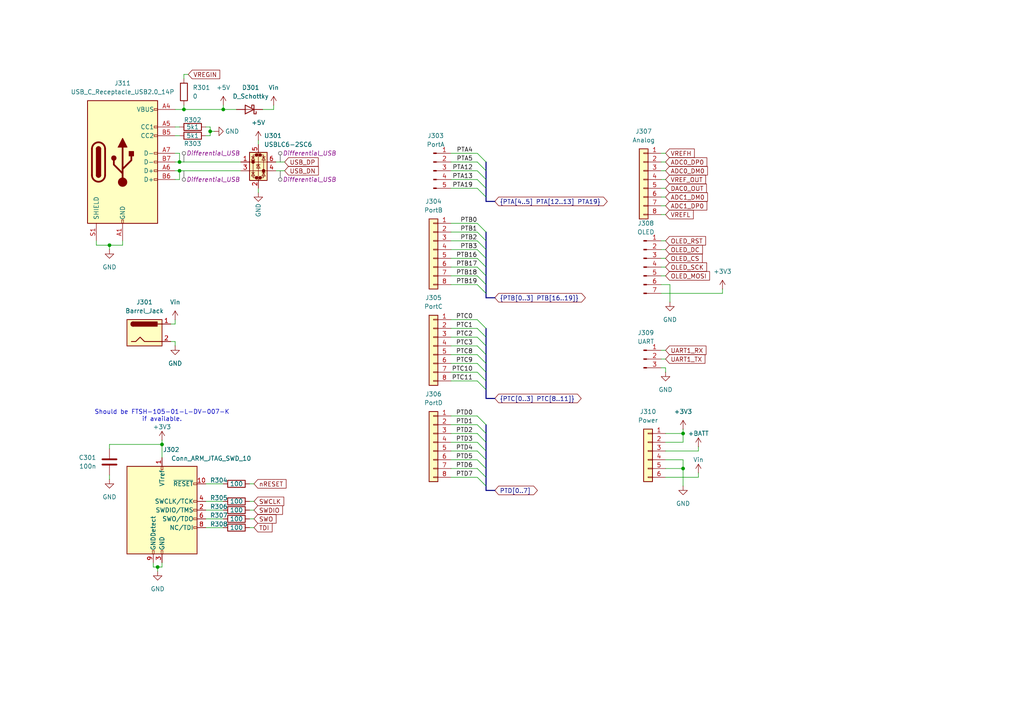
<source format=kicad_sch>
(kicad_sch (version 20231120) (generator "eeschema") (generator_version "8.0")
  (paper "A4")
  (lib_symbols
    (symbol "Connector:Barrel_Jack" (pin_names (offset 1.016))
      (property "Reference" "J" (at 0 5.334 0))
      (property "Value" "Barrel_Jack" (at 0 -5.08 0))
      (symbol "Barrel_Jack_0_1"
        (rectangle (start -5.08 3.81) (end 5.08 -3.81) (stroke (width 0.254)) (fill (type background)))
        (arc (start -3.302 3.175) (mid -3.9343 2.54) (end -3.302 1.905) (stroke (width 0.254)))
        (arc (start -3.302 3.175) (mid -3.9343 2.54) (end -3.302 1.905) (stroke (width 0.254)) (fill (type outline)))
        (polyline (pts (xy 5.08 2.54) (xy 3.81 2.54)) (stroke (width 0.254)))
        (polyline (pts (xy -3.81 -2.54) (xy -2.54 -2.54) (xy -1.27 -1.27) (xy 0 -2.54) (xy 2.54 -2.54) (xy 5.08 -2.54)) (stroke (width 0.254)))
        (rectangle (start 3.683 3.175) (end -3.302 1.905) (stroke (width 0.254)) (fill (type outline)))
      )
      (symbol "Barrel_Jack_1_1"
        (pin passive line (at 7.62 2.54 180) (length 2.54) (name "~") (number "1"))
        (pin passive line (at 7.62 -2.54 180) (length 2.54) (name "~") (number "2"))
      )
    )
    (symbol "Connector:Conn_01x03_Pin" (pin_names (offset 1.016) hide)
      (property "Reference" "J" (at 0 5.08 0))
      (property "Value" "Conn_01x03_Pin" (at 0 -5.08 0))
      (symbol "Conn_01x03_Pin_1_1"
        (polyline (pts (xy 1.27 -2.54) (xy 0.8636 -2.54)) (stroke (width 0.1524)))
        (polyline (pts (xy 1.27 0) (xy 0.8636 0)) (stroke (width 0.1524)))
        (polyline (pts (xy 1.27 2.54) (xy 0.8636 2.54)) (stroke (width 0.1524)))
        (rectangle (start 0.8636 -2.413) (end 0 -2.667) (stroke (width 0.1524)) (fill (type outline)))
        (rectangle (start 0.8636 0.127) (end 0 -0.127) (stroke (width 0.1524)) (fill (type outline)))
        (rectangle (start 0.8636 2.667) (end 0 2.413) (stroke (width 0.1524)) (fill (type outline)))
        (pin passive line (at 5.08 2.54 180) (length 3.81) (name "Pin_1") (number "1"))
        (pin passive line (at 5.08 0 180) (length 3.81) (name "Pin_2") (number "2"))
        (pin passive line (at 5.08 -2.54 180) (length 3.81) (name "Pin_3") (number "3"))
      )
    )
    (symbol "Connector:Conn_01x05_Pin" (pin_names (offset 1.016) hide)
      (property "Reference" "J" (at 0 7.62 0))
      (property "Value" "Conn_01x05_Pin" (at 0 -7.62 0))
      (symbol "Conn_01x05_Pin_1_1"
        (polyline (pts (xy 1.27 -5.08) (xy 0.8636 -5.08)) (stroke (width 0.1524)))
        (polyline (pts (xy 1.27 -2.54) (xy 0.8636 -2.54)) (stroke (width 0.1524)))
        (polyline (pts (xy 1.27 0) (xy 0.8636 0)) (stroke (width 0.1524)))
        (polyline (pts (xy 1.27 2.54) (xy 0.8636 2.54)) (stroke (width 0.1524)))
        (polyline (pts (xy 1.27 5.08) (xy 0.8636 5.08)) (stroke (width 0.1524)))
        (rectangle (start 0.8636 -4.953) (end 0 -5.207) (stroke (width 0.1524)) (fill (type outline)))
        (rectangle (start 0.8636 -2.413) (end 0 -2.667) (stroke (width 0.1524)) (fill (type outline)))
        (rectangle (start 0.8636 0.127) (end 0 -0.127) (stroke (width 0.1524)) (fill (type outline)))
        (rectangle (start 0.8636 2.667) (end 0 2.413) (stroke (width 0.1524)) (fill (type outline)))
        (rectangle (start 0.8636 5.207) (end 0 4.953) (stroke (width 0.1524)) (fill (type outline)))
        (pin passive line (at 5.08 5.08 180) (length 3.81) (name "Pin_1") (number "1"))
        (pin passive line (at 5.08 2.54 180) (length 3.81) (name "Pin_2") (number "2"))
        (pin passive line (at 5.08 0 180) (length 3.81) (name "Pin_3") (number "3"))
        (pin passive line (at 5.08 -2.54 180) (length 3.81) (name "Pin_4") (number "4"))
        (pin passive line (at 5.08 -5.08 180) (length 3.81) (name "Pin_5") (number "5"))
      )
    )
    (symbol "Connector:Conn_01x07_Pin" (pin_names (offset 1.016) hide)
      (property "Reference" "J" (at 0 10.16 0))
      (property "Value" "Conn_01x07_Pin" (at 0 -10.16 0))
      (symbol "Conn_01x07_Pin_1_1"
        (polyline (pts (xy 1.27 -7.62) (xy 0.8636 -7.62)) (stroke (width 0.1524)))
        (polyline (pts (xy 1.27 -5.08) (xy 0.8636 -5.08)) (stroke (width 0.1524)))
        (polyline (pts (xy 1.27 -2.54) (xy 0.8636 -2.54)) (stroke (width 0.1524)))
        (polyline (pts (xy 1.27 0) (xy 0.8636 0)) (stroke (width 0.1524)))
        (polyline (pts (xy 1.27 2.54) (xy 0.8636 2.54)) (stroke (width 0.1524)))
        (polyline (pts (xy 1.27 5.08) (xy 0.8636 5.08)) (stroke (width 0.1524)))
        (polyline (pts (xy 1.27 7.62) (xy 0.8636 7.62)) (stroke (width 0.1524)))
        (rectangle (start 0.8636 -7.493) (end 0 -7.747) (stroke (width 0.1524)) (fill (type outline)))
        (rectangle (start 0.8636 -4.953) (end 0 -5.207) (stroke (width 0.1524)) (fill (type outline)))
        (rectangle (start 0.8636 -2.413) (end 0 -2.667) (stroke (width 0.1524)) (fill (type outline)))
        (rectangle (start 0.8636 0.127) (end 0 -0.127) (stroke (width 0.1524)) (fill (type outline)))
        (rectangle (start 0.8636 2.667) (end 0 2.413) (stroke (width 0.1524)) (fill (type outline)))
        (rectangle (start 0.8636 5.207) (end 0 4.953) (stroke (width 0.1524)) (fill (type outline)))
        (rectangle (start 0.8636 7.747) (end 0 7.493) (stroke (width 0.1524)) (fill (type outline)))
        (pin passive line (at 5.08 7.62 180) (length 3.81) (name "Pin_1") (number "1"))
        (pin passive line (at 5.08 5.08 180) (length 3.81) (name "Pin_2") (number "2"))
        (pin passive line (at 5.08 2.54 180) (length 3.81) (name "Pin_3") (number "3"))
        (pin passive line (at 5.08 0 180) (length 3.81) (name "Pin_4") (number "4"))
        (pin passive line (at 5.08 -2.54 180) (length 3.81) (name "Pin_5") (number "5"))
        (pin passive line (at 5.08 -5.08 180) (length 3.81) (name "Pin_6") (number "6"))
        (pin passive line (at 5.08 -7.62 180) (length 3.81) (name "Pin_7") (number "7"))
      )
    )
    (symbol "Connector:Conn_ARM_JTAG_SWD_10" (pin_names (offset 1.016))
      (property "Reference" "J" (at -2.54 16.51 0))
      (property "Value" "Conn_ARM_JTAG_SWD_10" (at -2.54 13.97 0))
      (symbol "Conn_ARM_JTAG_SWD_10_0_1"
        (rectangle (start -10.16 12.7) (end 10.16 -12.7) (stroke (width 0.254)) (fill (type background)))
        (rectangle (start -2.794 -12.7) (end -2.286 -11.684))
        (rectangle (start -0.254 -12.7) (end 0.254 -11.684))
        (rectangle (start -0.254 12.7) (end 0.254 11.684))
        (rectangle (start 9.144 2.286) (end 10.16 2.794))
        (rectangle (start 10.16 -2.794) (end 9.144 -2.286))
        (rectangle (start 10.16 -0.254) (end 9.144 0.254))
        (rectangle (start 10.16 7.874) (end 9.144 7.366))
      )
      (symbol "Conn_ARM_JTAG_SWD_10_1_1"
        (rectangle (start 9.144 -5.334) (end 10.16 -4.826))
        (pin power_in line (at 0 15.24 270) (length 2.54) (name "VTref") (number "1"))
        (pin open_collector line (at 12.7 7.62 180) (length 2.54) (name "~{RESET}") (number "10"))
        (pin bidirectional line (at 12.7 0 180) (length 2.54) (name "SWDIO/TMS") (number "2"))
        (pin power_in line (at 0 -15.24 90) (length 2.54) (name "GND") (number "3"))
        (pin output line (at 12.7 2.54 180) (length 2.54) (name "SWCLK/TCK") (number "4"))
        (pin passive line (at 0 -15.24 90) (length 2.54) hide (name "GND") (number "5"))
        (pin input line (at 12.7 -2.54 180) (length 2.54) (name "SWO/TDO") (number "6"))
        (pin no_connect line (at -10.16 0 0) (length 2.54) hide (name "KEY") (number "7"))
        (pin output line (at 12.7 -5.08 180) (length 2.54) (name "NC/TDI") (number "8"))
        (pin passive line (at -2.54 -15.24 90) (length 2.54) (name "GNDDetect") (number "9"))
      )
    )
    (symbol "Connector:USB_C_Receptacle_USB2.0_14P" (pin_names (offset 1.016))
      (property "Reference" "J" (at 0 22.225 0))
      (property "Value" "USB_C_Receptacle_USB2.0_14P" (at 0 19.685 0))
      (symbol "USB_C_Receptacle_USB2.0_14P_0_0"
        (rectangle (start -0.254 -17.78) (end 0.254 -16.764))
        (rectangle (start 10.16 -4.826) (end 9.144 -5.334))
        (rectangle (start 10.16 -2.286) (end 9.144 -2.794))
        (rectangle (start 10.16 0.254) (end 9.144 -0.254))
        (rectangle (start 10.16 2.794) (end 9.144 2.286))
        (rectangle (start 10.16 7.874) (end 9.144 7.366))
        (rectangle (start 10.16 10.414) (end 9.144 9.906))
        (rectangle (start 10.16 15.494) (end 9.144 14.986))
      )
      (symbol "USB_C_Receptacle_USB2.0_14P_0_1"
        (rectangle (start -10.16 17.78) (end 10.16 -17.78) (stroke (width 0.254)) (fill (type background)))
        (arc (start -8.89 -3.81) (mid -6.985 -5.7067) (end -5.08 -3.81) (stroke (width 0.508)))
        (arc (start -7.62 -3.81) (mid -6.985 -4.4423) (end -6.35 -3.81) (stroke (width 0.254)))
        (arc (start -7.62 -3.81) (mid -6.985 -4.4423) (end -6.35 -3.81) (stroke (width 0.254)) (fill (type outline)))
        (rectangle (start -7.62 -3.81) (end -6.35 3.81) (stroke (width 0.254)) (fill (type outline)))
        (arc (start -6.35 3.81) (mid -6.985 4.4423) (end -7.62 3.81) (stroke (width 0.254)))
        (arc (start -6.35 3.81) (mid -6.985 4.4423) (end -7.62 3.81) (stroke (width 0.254)) (fill (type outline)))
        (arc (start -5.08 3.81) (mid -6.985 5.7067) (end -8.89 3.81) (stroke (width 0.508)))
        (circle (center -2.54 1.143) (radius 0.635) (stroke (width 0.254)) (fill (type outline)))
        (circle (center 0 -5.842) (radius 1.27) (fill (type outline)))
        (polyline (pts (xy -8.89 -3.81) (xy -8.89 3.81)) (stroke (width 0.508)))
        (polyline (pts (xy -5.08 3.81) (xy -5.08 -3.81)) (stroke (width 0.508)))
        (polyline (pts (xy 0 -5.842) (xy 0 4.318)) (stroke (width 0.508)))
        (polyline (pts (xy 0 -3.302) (xy -2.54 -0.762) (xy -2.54 0.508)) (stroke (width 0.508)))
        (polyline (pts (xy 0 -2.032) (xy 2.54 0.508) (xy 2.54 1.778)) (stroke (width 0.508)))
        (polyline (pts (xy -1.27 4.318) (xy 0 6.858) (xy 1.27 4.318) (xy -1.27 4.318)) (stroke (width 0.254)) (fill (type outline)))
        (rectangle (start 1.905 1.778) (end 3.175 3.048) (stroke (width 0.254)) (fill (type outline)))
      )
      (symbol "USB_C_Receptacle_USB2.0_14P_1_1"
        (pin passive line (at 0 -22.86 90) (length 5.08) (name "GND") (number "A1"))
        (pin passive line (at 0 -22.86 90) (length 5.08) hide (name "GND") (number "A12"))
        (pin passive line (at 15.24 15.24 180) (length 5.08) (name "VBUS") (number "A4"))
        (pin bidirectional line (at 15.24 10.16 180) (length 5.08) (name "CC1") (number "A5"))
        (pin bidirectional line (at 15.24 -2.54 180) (length 5.08) (name "D+") (number "A6"))
        (pin bidirectional line (at 15.24 2.54 180) (length 5.08) (name "D-") (number "A7"))
        (pin passive line (at 15.24 15.24 180) (length 5.08) hide (name "VBUS") (number "A9"))
        (pin passive line (at 0 -22.86 90) (length 5.08) hide (name "GND") (number "B1"))
        (pin passive line (at 0 -22.86 90) (length 5.08) hide (name "GND") (number "B12"))
        (pin passive line (at 15.24 15.24 180) (length 5.08) hide (name "VBUS") (number "B4"))
        (pin bidirectional line (at 15.24 7.62 180) (length 5.08) (name "CC2") (number "B5"))
        (pin bidirectional line (at 15.24 -5.08 180) (length 5.08) (name "D+") (number "B6"))
        (pin bidirectional line (at 15.24 0 180) (length 5.08) (name "D-") (number "B7"))
        (pin passive line (at 15.24 15.24 180) (length 5.08) hide (name "VBUS") (number "B9"))
        (pin passive line (at -7.62 -22.86 90) (length 5.08) (name "SHIELD") (number "S1"))
      )
    )
    (symbol "Connector_Generic:Conn_01x06" (pin_names (offset 1.016) hide)
      (property "Reference" "J" (at 0 7.62 0))
      (property "Value" "Conn_01x06" (at 0 -10.16 0))
      (symbol "Conn_01x06_1_1"
        (rectangle (start -1.27 -7.493) (end 0 -7.747) (stroke (width 0.1524)))
        (rectangle (start -1.27 -4.953) (end 0 -5.207) (stroke (width 0.1524)))
        (rectangle (start -1.27 -2.413) (end 0 -2.667) (stroke (width 0.1524)))
        (rectangle (start -1.27 0.127) (end 0 -0.127) (stroke (width 0.1524)))
        (rectangle (start -1.27 2.667) (end 0 2.413) (stroke (width 0.1524)))
        (rectangle (start -1.27 5.207) (end 0 4.953) (stroke (width 0.1524)))
        (rectangle (start -1.27 6.35) (end 1.27 -8.89) (stroke (width 0.254)) (fill (type background)))
        (pin passive line (at -5.08 5.08 0) (length 3.81) (name "Pin_1") (number "1"))
        (pin passive line (at -5.08 2.54 0) (length 3.81) (name "Pin_2") (number "2"))
        (pin passive line (at -5.08 0 0) (length 3.81) (name "Pin_3") (number "3"))
        (pin passive line (at -5.08 -2.54 0) (length 3.81) (name "Pin_4") (number "4"))
        (pin passive line (at -5.08 -5.08 0) (length 3.81) (name "Pin_5") (number "5"))
        (pin passive line (at -5.08 -7.62 0) (length 3.81) (name "Pin_6") (number "6"))
      )
    )
    (symbol "Connector_Generic:Conn_01x08" (pin_names (offset 1.016) hide)
      (property "Reference" "J" (at 0 10.16 0))
      (property "Value" "Conn_01x08" (at 0 -12.7 0))
      (symbol "Conn_01x08_1_1"
        (rectangle (start -1.27 -10.033) (end 0 -10.287) (stroke (width 0.1524)))
        (rectangle (start -1.27 -7.493) (end 0 -7.747) (stroke (width 0.1524)))
        (rectangle (start -1.27 -4.953) (end 0 -5.207) (stroke (width 0.1524)))
        (rectangle (start -1.27 -2.413) (end 0 -2.667) (stroke (width 0.1524)))
        (rectangle (start -1.27 0.127) (end 0 -0.127) (stroke (width 0.1524)))
        (rectangle (start -1.27 2.667) (end 0 2.413) (stroke (width 0.1524)))
        (rectangle (start -1.27 5.207) (end 0 4.953) (stroke (width 0.1524)))
        (rectangle (start -1.27 7.747) (end 0 7.493) (stroke (width 0.1524)))
        (rectangle (start -1.27 8.89) (end 1.27 -11.43) (stroke (width 0.254)) (fill (type background)))
        (pin passive line (at -5.08 7.62 0) (length 3.81) (name "Pin_1") (number "1"))
        (pin passive line (at -5.08 5.08 0) (length 3.81) (name "Pin_2") (number "2"))
        (pin passive line (at -5.08 2.54 0) (length 3.81) (name "Pin_3") (number "3"))
        (pin passive line (at -5.08 0 0) (length 3.81) (name "Pin_4") (number "4"))
        (pin passive line (at -5.08 -2.54 0) (length 3.81) (name "Pin_5") (number "5"))
        (pin passive line (at -5.08 -5.08 0) (length 3.81) (name "Pin_6") (number "6"))
        (pin passive line (at -5.08 -7.62 0) (length 3.81) (name "Pin_7") (number "7"))
        (pin passive line (at -5.08 -10.16 0) (length 3.81) (name "Pin_8") (number "8"))
      )
    )
    (symbol "Device:C" (pin_numbers hide) (pin_names (offset 0.254))
      (property "Reference" "C" (at 0.635 2.54 0))
      (property "Value" "C" (at 0.635 -2.54 0))
      (symbol "C_0_1"
        (polyline (pts (xy -2.032 -0.762) (xy 2.032 -0.762)) (stroke (width 0.508)))
        (polyline (pts (xy -2.032 0.762) (xy 2.032 0.762)) (stroke (width 0.508)))
      )
      (symbol "C_1_1"
        (pin passive line (at 0 3.81 270) (length 2.794) (name "~") (number "1"))
        (pin passive line (at 0 -3.81 90) (length 2.794) (name "~") (number "2"))
      )
    )
    (symbol "Device:D_Schottky" (pin_numbers hide) (pin_names (offset 1.016) hide)
      (property "Reference" "D" (at 0 2.54 0))
      (property "Value" "D_Schottky" (at 0 -2.54 0))
      (symbol "D_Schottky_0_1"
        (polyline (pts (xy 1.27 0) (xy -1.27 0)))
        (polyline (pts (xy 1.27 1.27) (xy 1.27 -1.27) (xy -1.27 0) (xy 1.27 1.27)) (stroke (width 0.254)))
        (polyline (pts (xy -1.905 0.635) (xy -1.905 1.27) (xy -1.27 1.27) (xy -1.27 -1.27) (xy -0.635 -1.27) (xy -0.635 -0.635)) (stroke (width 0.254)))
      )
      (symbol "D_Schottky_1_1"
        (pin passive line (at -3.81 0 0) (length 2.54) (name "K") (number "1"))
        (pin passive line (at 3.81 0 180) (length 2.54) (name "A") (number "2"))
      )
    )
    (symbol "Device:R" (pin_numbers hide) (pin_names (offset 0))
      (property "Reference" "R" (at 2.032 0 90))
      (property "Value" "R" (at 0 0 90))
      (symbol "R_0_1"
        (rectangle (start -1.016 -2.54) (end 1.016 2.54) (stroke (width 0.254)))
      )
      (symbol "R_1_1"
        (pin passive line (at 0 3.81 270) (length 1.27) (name "~") (number "1"))
        (pin passive line (at 0 -3.81 90) (length 1.27) (name "~") (number "2"))
      )
    )
    (symbol "Power_Protection:USBLC6-2SC6" (pin_names hide)
      (property "Reference" "U" (at 0.635 5.715 0))
      (property "Value" "USBLC6-2SC6" (at 0.635 3.81 0))
      (symbol "USBLC6-2SC6_0_0"
        (circle (center -1.524 0) (radius 0.0001) (stroke (width 0.508)))
        (circle (center -0.508 -4.572) (radius 0.0001) (stroke (width 0.508)))
        (circle (center -0.508 2.032) (radius 0.0001) (stroke (width 0.508)))
        (circle (center 0.508 -4.572) (radius 0.0001) (stroke (width 0.508)))
        (circle (center 0.508 2.032) (radius 0.0001) (stroke (width 0.508)))
        (circle (center 1.524 -2.54) (radius 0.0001) (stroke (width 0.508)))
      )
      (symbol "USBLC6-2SC6_0_1"
        (polyline (pts (xy -2.54 -2.54) (xy 2.54 -2.54)))
        (polyline (pts (xy -2.54 0) (xy 2.54 0)))
        (polyline (pts (xy -2.032 -3.048) (xy -1.016 -3.048)))
        (polyline (pts (xy -1.016 1.524) (xy -2.032 1.524)))
        (polyline (pts (xy 1.016 -3.048) (xy 2.032 -3.048)))
        (polyline (pts (xy 1.016 1.524) (xy 2.032 1.524)))
        (polyline (pts (xy -0.508 -1.143) (xy -0.508 -0.762) (xy 0.508 -0.762)))
        (polyline (pts (xy -2.032 0.508) (xy -1.016 0.508) (xy -1.524 1.524) (xy -2.032 0.508)))
        (polyline (pts (xy -1.016 -4.064) (xy -2.032 -4.064) (xy -1.524 -3.048) (xy -1.016 -4.064)))
        (polyline (pts (xy 0.508 -1.778) (xy -0.508 -1.778) (xy 0 -0.762) (xy 0.508 -1.778)))
        (polyline (pts (xy 2.032 -4.064) (xy 1.016 -4.064) (xy 1.524 -3.048) (xy 2.032 -4.064)))
        (polyline (pts (xy 2.032 0.508) (xy 1.016 0.508) (xy 1.524 1.524) (xy 2.032 0.508)))
        (polyline (pts (xy 0 2.54) (xy -0.508 2.032) (xy 0.508 2.032) (xy 0 1.524) (xy 0 -4.064) (xy -0.508 -4.572) (xy 0.508 -4.572) (xy 0 -5.08)))
      )
      (symbol "USBLC6-2SC6_1_1"
        (rectangle (start -2.54 2.794) (end 2.54 -5.334) (stroke (width 0.254)) (fill (type background)))
        (polyline (pts (xy -0.508 2.032) (xy -1.524 2.032) (xy -1.524 -4.572) (xy -0.508 -4.572)))
        (polyline (pts (xy 0.508 -4.572) (xy 1.524 -4.572) (xy 1.524 2.032) (xy 0.508 2.032)))
        (pin passive line (at -5.08 0 0) (length 2.54) (name "I/O1") (number "1"))
        (pin passive line (at 0 -7.62 90) (length 2.54) (name "GND") (number "2"))
        (pin passive line (at -5.08 -2.54 0) (length 2.54) (name "I/O2") (number "3"))
        (pin passive line (at 5.08 -2.54 180) (length 2.54) (name "I/O2") (number "4"))
        (pin passive line (at 0 5.08 270) (length 2.54) (name "VBUS") (number "5"))
        (pin passive line (at 5.08 0 180) (length 2.54) (name "I/O1") (number "6"))
      )
    )
    (symbol "power:+3V3" (power) (pin_numbers hide) (pin_names (offset 0) hide)
      (property "Value" "+3V3" (at 0 3.556 0))
      (symbol "+3V3_0_1"
        (polyline (pts (xy -0.762 1.27) (xy 0 2.54)))
        (polyline (pts (xy 0 0) (xy 0 2.54)))
        (polyline (pts (xy 0 2.54) (xy 0.762 1.27)))
      )
      (symbol "+3V3_1_1"
        (pin power_in line (at 0 0 90) (length 0) (name "~") (number "1"))
      )
    )
    (symbol "power:+5V" (power) (pin_numbers hide) (pin_names (offset 0) hide)
      (property "Value" "+5V" (at 0 3.556 0))
      (symbol "+5V_0_1"
        (polyline (pts (xy -0.762 1.27) (xy 0 2.54)))
        (polyline (pts (xy 0 0) (xy 0 2.54)))
        (polyline (pts (xy 0 2.54) (xy 0.762 1.27)))
      )
      (symbol "+5V_1_1"
        (pin power_in line (at 0 0 90) (length 0) (name "~") (number "1"))
      )
    )
    (symbol "power:+BATT" (power) (pin_numbers hide) (pin_names (offset 0) hide)
      (property "Value" "+BATT" (at 0 3.556 0))
      (symbol "+BATT_0_1"
        (polyline (pts (xy -0.762 1.27) (xy 0 2.54)))
        (polyline (pts (xy 0 0) (xy 0 2.54)))
        (polyline (pts (xy 0 2.54) (xy 0.762 1.27)))
      )
      (symbol "+BATT_1_1"
        (pin power_in line (at 0 0 90) (length 0) (name "~") (number "1"))
      )
    )
    (symbol "power:GND" (power) (pin_numbers hide) (pin_names (offset 0) hide)
      (property "Value" "GND" (at 0 -3.81 0))
      (symbol "GND_0_1"
        (polyline (pts (xy 0 0) (xy 0 -1.27) (xy 1.27 -1.27) (xy 0 -2.54) (xy -1.27 -1.27) (xy 0 -1.27)))
      )
      (symbol "GND_1_1"
        (pin power_in line (at 0 0 270) (length 0) (name "~") (number "1"))
      )
    )
    (symbol "power:LINE" (power) (pin_numbers hide) (pin_names (offset 0) hide)
      (property "Value" "LINE" (at 0 3.556 0))
      (symbol "LINE_0_1"
        (polyline (pts (xy -0.762 1.27) (xy 0 2.54)))
        (polyline (pts (xy 0 0) (xy 0 2.54)))
        (polyline (pts (xy 0 2.54) (xy 0.762 1.27)))
      )
      (symbol "LINE_1_1"
        (pin power_in line (at 0 0 90) (length 0) (name "~") (number "1"))
      )
    )
  )
  (junction (at 198.12 125.73))
  (junction (at 198.12 135.89))
  (junction (at 46.99 128.905))
  (junction (at 52.07 49.53))
  (junction (at 52.07 46.99))
  (junction (at 45.72 164.465))
  (junction (at 53.34 31.75))
  (junction (at 60.96 38.1))
  (junction (at 31.75 71.12))
  (junction (at 64.77 31.75))
  (bus_entry (at 140.97 100.33) (size -2.54 -2.54))
  (bus_entry (at 138.43 125.73) (size 2.54 2.54))
  (bus_entry (at 138.43 128.27) (size 2.54 2.54))
  (bus_entry (at 138.43 64.77) (size 2.54 2.54))
  (bus_entry (at 138.43 133.35) (size 2.54 2.54))
  (bus_entry (at 140.97 49.53) (size -2.54 -2.54))
  (bus_entry (at 140.97 110.49) (size -2.54 -2.54))
  (bus_entry (at 140.97 54.61) (size -2.54 -2.54))
  (bus_entry (at 140.97 113.03) (size -2.54 -2.54))
  (bus_entry (at 138.43 82.55) (size 2.54 2.54))
  (bus_entry (at 138.43 135.89) (size 2.54 2.54))
  (bus_entry (at 140.97 57.15) (size -2.54 -2.54))
  (bus_entry (at 140.97 52.07) (size -2.54 -2.54))
  (bus_entry (at 138.43 120.65) (size 2.54 2.54))
  (bus_entry (at 138.43 69.85) (size 2.54 2.54))
  (bus_entry (at 138.43 123.19) (size 2.54 2.54))
  (bus_entry (at 138.43 130.81) (size 2.54 2.54))
  (bus_entry (at 140.97 107.95) (size -2.54 -2.54))
  (bus_entry (at 138.43 67.31) (size 2.54 2.54))
  (bus_entry (at 140.97 46.99) (size -2.54 -2.54))
  (bus_entry (at 138.43 74.93) (size 2.54 2.54))
  (bus_entry (at 138.43 77.47) (size 2.54 2.54))
  (bus_entry (at 138.43 72.39) (size 2.54 2.54))
  (bus_entry (at 138.43 138.43) (size 2.54 2.54))
  (bus_entry (at 140.97 102.87) (size -2.54 -2.54))
  (bus_entry (at 140.97 105.41) (size -2.54 -2.54))
  (bus_entry (at 140.97 95.25) (size -2.54 -2.54))
  (bus_entry (at 140.97 97.79) (size -2.54 -2.54))
  (bus_entry (at 138.43 80.01) (size 2.54 2.54))
  (bus (pts (xy 140.97 133.35) (xy 140.97 135.89)))
  (wire (pts (xy 202.565 138.43) (xy 193.04 138.43)))
  (wire (pts (xy 72.39 140.335) (xy 73.66 140.335)))
  (wire (pts (xy 130.81 49.53) (xy 138.43 49.53)))
  (bus (pts (xy 140.97 49.53) (xy 140.97 52.07)))
  (wire (pts (xy 31.75 128.905) (xy 46.99 128.905)))
  (wire (pts (xy 130.81 82.55) (xy 138.43 82.55)))
  (bus (pts (xy 143.51 142.24) (xy 140.97 142.24)))
  (wire (pts (xy 191.77 85.09) (xy 209.55 85.09)))
  (wire (pts (xy 198.12 125.73) (xy 198.12 128.27)))
  (wire (pts (xy 191.77 80.01) (xy 193.04 80.01)))
  (wire (pts (xy 50.8 44.45) (xy 52.07 44.45)))
  (wire (pts (xy 191.77 69.85) (xy 193.04 69.85)))
  (bus (pts (xy 140.97 57.15) (xy 140.97 58.42)))
  (wire (pts (xy 198.12 124.46) (xy 198.12 125.73)))
  (wire (pts (xy 72.39 153.035) (xy 73.66 153.035)))
  (bus (pts (xy 140.97 85.09) (xy 140.97 86.36)))
  (wire (pts (xy 191.77 104.14) (xy 193.04 104.14)))
  (bus (pts (xy 140.97 140.97) (xy 140.97 142.24)))
  (wire (pts (xy 202.565 137.16) (xy 202.565 138.43)))
  (bus (pts (xy 140.97 46.99) (xy 140.97 49.53)))
  (wire (pts (xy 130.81 44.45) (xy 138.43 44.45)))
  (wire (pts (xy 74.93 40.64) (xy 74.93 41.91)))
  (wire (pts (xy 202.565 129.54) (xy 202.565 130.81)))
  (bus (pts (xy 140.97 82.55) (xy 140.97 85.09)))
  (wire (pts (xy 130.81 120.65) (xy 138.43 120.65)))
  (bus (pts (xy 140.97 80.01) (xy 140.97 82.55)))
  (bus (pts (xy 143.51 115.57) (xy 140.97 115.57)))
  (bus (pts (xy 140.97 77.47) (xy 140.97 80.01)))
  (wire (pts (xy 198.12 135.89) (xy 198.12 140.97)))
  (bus (pts (xy 140.97 54.61) (xy 140.97 57.15)))
  (wire (pts (xy 64.77 31.75) (xy 68.58 31.75)))
  (wire (pts (xy 130.81 52.07) (xy 138.43 52.07)))
  (wire (pts (xy 193.04 54.61) (xy 191.77 54.61)))
  (wire (pts (xy 130.81 92.71) (xy 138.43 92.71)))
  (wire (pts (xy 31.75 71.12) (xy 31.75 72.39)))
  (wire (pts (xy 35.56 69.85) (xy 35.56 71.12)))
  (wire (pts (xy 31.75 130.175) (xy 31.75 128.905)))
  (wire (pts (xy 44.45 163.195) (xy 44.45 164.465)))
  (wire (pts (xy 130.81 72.39) (xy 138.43 72.39)))
  (wire (pts (xy 49.53 99.06) (xy 50.8 99.06)))
  (wire (pts (xy 50.8 46.99) (xy 52.07 46.99)))
  (wire (pts (xy 130.81 80.01) (xy 138.43 80.01)))
  (wire (pts (xy 130.81 107.95) (xy 138.43 107.95)))
  (wire (pts (xy 45.72 164.465) (xy 44.45 164.465)))
  (wire (pts (xy 194.31 82.55) (xy 194.31 87.63)))
  (bus (pts (xy 140.97 105.41) (xy 140.97 107.95)))
  (bus (pts (xy 140.97 113.03) (xy 140.97 115.57)))
  (wire (pts (xy 130.81 54.61) (xy 138.43 54.61)))
  (wire (pts (xy 50.8 31.75) (xy 53.34 31.75)))
  (wire (pts (xy 130.81 64.77) (xy 138.43 64.77)))
  (wire (pts (xy 130.81 135.89) (xy 138.43 135.89)))
  (wire (pts (xy 130.81 133.35) (xy 138.43 133.35)))
  (wire (pts (xy 59.69 153.035) (xy 64.77 153.035)))
  (wire (pts (xy 52.07 49.53) (xy 69.85 49.53)))
  (wire (pts (xy 72.39 150.495) (xy 73.66 150.495)))
  (bus (pts (xy 140.97 52.07) (xy 140.97 54.61)))
  (bus (pts (xy 143.51 58.42) (xy 140.97 58.42)))
  (bus (pts (xy 140.97 110.49) (xy 140.97 113.03)))
  (wire (pts (xy 72.39 147.955) (xy 73.66 147.955)))
  (wire (pts (xy 193.04 52.07) (xy 191.77 52.07)))
  (bus (pts (xy 140.97 86.36) (xy 143.51 86.36)))
  (wire (pts (xy 60.96 38.1) (xy 62.23 38.1)))
  (bus (pts (xy 140.97 67.31) (xy 140.97 69.85)))
  (wire (pts (xy 46.99 128.905) (xy 46.99 132.715)))
  (wire (pts (xy 193.04 128.27) (xy 198.12 128.27)))
  (wire (pts (xy 53.34 30.48) (xy 53.34 31.75)))
  (wire (pts (xy 74.93 54.61) (xy 74.93 55.88)))
  (wire (pts (xy 193.04 57.15) (xy 191.77 57.15)))
  (wire (pts (xy 130.81 95.25) (xy 138.43 95.25)))
  (bus (pts (xy 140.97 95.25) (xy 140.97 97.79)))
  (wire (pts (xy 53.34 22.86) (xy 53.34 21.59)))
  (wire (pts (xy 59.69 145.415) (xy 64.77 145.415)))
  (wire (pts (xy 193.04 135.89) (xy 198.12 135.89)))
  (wire (pts (xy 60.96 36.83) (xy 60.96 38.1)))
  (wire (pts (xy 193.04 133.35) (xy 198.12 133.35)))
  (wire (pts (xy 50.8 92.71) (xy 50.8 93.98)))
  (wire (pts (xy 193.04 59.69) (xy 191.77 59.69)))
  (wire (pts (xy 46.99 164.465) (xy 45.72 164.465)))
  (bus (pts (xy 140.97 138.43) (xy 140.97 140.97)))
  (wire (pts (xy 191.77 72.39) (xy 193.04 72.39)))
  (wire (pts (xy 27.94 69.85) (xy 27.94 71.12)))
  (wire (pts (xy 59.69 147.955) (xy 64.77 147.955)))
  (wire (pts (xy 130.81 67.31) (xy 138.43 67.31)))
  (wire (pts (xy 202.565 130.81) (xy 193.04 130.81)))
  (wire (pts (xy 50.8 49.53) (xy 52.07 49.53)))
  (wire (pts (xy 64.77 30.48) (xy 64.77 31.75)))
  (wire (pts (xy 130.81 105.41) (xy 138.43 105.41)))
  (wire (pts (xy 50.8 39.37) (xy 52.07 39.37)))
  (wire (pts (xy 191.77 74.93) (xy 193.04 74.93)))
  (bus (pts (xy 140.97 125.73) (xy 140.97 128.27)))
  (wire (pts (xy 209.55 83.82) (xy 209.55 85.09)))
  (wire (pts (xy 130.81 110.49) (xy 138.43 110.49)))
  (bus (pts (xy 140.97 100.33) (xy 140.97 102.87)))
  (bus (pts (xy 140.97 123.19) (xy 140.97 125.73)))
  (wire (pts (xy 193.04 125.73) (xy 198.12 125.73)))
  (bus (pts (xy 140.97 107.95) (xy 140.97 110.49)))
  (wire (pts (xy 50.8 99.06) (xy 50.8 100.33)))
  (wire (pts (xy 59.69 140.335) (xy 64.77 140.335)))
  (bus (pts (xy 140.97 69.85) (xy 140.97 72.39)))
  (bus (pts (xy 140.97 74.93) (xy 140.97 77.47)))
  (wire (pts (xy 193.04 62.23) (xy 191.77 62.23)))
  (wire (pts (xy 130.81 74.93) (xy 138.43 74.93)))
  (wire (pts (xy 193.04 44.45) (xy 191.77 44.45)))
  (bus (pts (xy 140.97 97.79) (xy 140.97 100.33)))
  (wire (pts (xy 59.69 150.495) (xy 64.77 150.495)))
  (bus (pts (xy 140.97 130.81) (xy 140.97 133.35)))
  (wire (pts (xy 191.77 82.55) (xy 194.31 82.55)))
  (wire (pts (xy 193.04 49.53) (xy 191.77 49.53)))
  (wire (pts (xy 53.34 21.59) (xy 54.61 21.59)))
  (wire (pts (xy 52.07 44.45) (xy 52.07 46.99)))
  (wire (pts (xy 193.04 106.68) (xy 193.04 107.95)))
  (wire (pts (xy 80.01 46.99) (xy 82.55 46.99)))
  (wire (pts (xy 52.07 49.53) (xy 52.07 52.07)))
  (wire (pts (xy 60.96 38.1) (xy 60.96 39.37)))
  (wire (pts (xy 46.99 163.195) (xy 46.99 164.465)))
  (wire (pts (xy 50.8 36.83) (xy 52.07 36.83)))
  (wire (pts (xy 31.75 71.12) (xy 35.56 71.12)))
  (bus (pts (xy 140.97 135.89) (xy 140.97 138.43)))
  (wire (pts (xy 130.81 77.47) (xy 138.43 77.47)))
  (wire (pts (xy 53.34 31.75) (xy 64.77 31.75)))
  (wire (pts (xy 191.77 101.6) (xy 193.04 101.6)))
  (bus (pts (xy 140.97 72.39) (xy 140.97 74.93)))
  (wire (pts (xy 31.75 139.065) (xy 31.75 137.795)))
  (bus (pts (xy 140.97 102.87) (xy 140.97 105.41)))
  (wire (pts (xy 191.77 77.47) (xy 193.04 77.47)))
  (wire (pts (xy 50.8 52.07) (xy 52.07 52.07)))
  (wire (pts (xy 45.72 164.465) (xy 45.72 165.735)))
  (wire (pts (xy 72.39 145.415) (xy 73.66 145.415)))
  (wire (pts (xy 191.77 106.68) (xy 193.04 106.68)))
  (wire (pts (xy 59.69 39.37) (xy 60.96 39.37)))
  (wire (pts (xy 130.81 123.19) (xy 138.43 123.19)))
  (wire (pts (xy 130.81 102.87) (xy 138.43 102.87)))
  (wire (pts (xy 130.81 69.85) (xy 138.43 69.85)))
  (wire (pts (xy 130.81 100.33) (xy 138.43 100.33)))
  (bus (pts (xy 140.97 128.27) (xy 140.97 130.81)))
  (wire (pts (xy 46.99 127.635) (xy 46.99 128.905)))
  (wire (pts (xy 130.81 128.27) (xy 138.43 128.27)))
  (wire (pts (xy 80.01 49.53) (xy 82.55 49.53)))
  (wire (pts (xy 193.04 46.99) (xy 191.77 46.99)))
  (wire (pts (xy 59.69 36.83) (xy 60.96 36.83)))
  (wire (pts (xy 130.81 125.73) (xy 138.43 125.73)))
  (wire (pts (xy 79.375 30.48) (xy 79.375 31.75)))
  (wire (pts (xy 49.53 93.98) (xy 50.8 93.98)))
  (wire (pts (xy 27.94 71.12) (xy 31.75 71.12)))
  (wire (pts (xy 76.2 31.75) (xy 79.375 31.75)))
  (wire (pts (xy 130.81 138.43) (xy 138.43 138.43)))
  (wire (pts (xy 198.12 133.35) (xy 198.12 135.89)))
  (wire (pts (xy 52.07 46.99) (xy 69.85 46.99)))
  (wire (pts (xy 130.81 46.99) (xy 138.43 46.99)))
  (wire (pts (xy 130.81 97.79) (xy 138.43 97.79)))
  (wire (pts (xy 130.81 130.81) (xy 138.43 130.81)))
  (text "Should be FTSH-105-01-L-DV-007-K\nif available." (at 46.99 120.65 0) (effects (font (size 1.27 1.27))))
  (label "PTA4" (at 137.16 44.45 180))
  (label "PTA13" (at 137.16 52.07 180))
  (label "PTC1" (at 137.16 95.25 180))
  (label "PTD1" (at 137.16 123.19 180))
  (label "PTD0" (at 137.16 120.65 180))
  (label "PTD6" (at 137.16 135.89 180))
  (label "PTB16" (at 138.43 74.93 180))
  (label "PTD3" (at 137.16 128.27 180))
  (label "PTA12" (at 137.16 49.53 180))
  (label "PTB2" (at 138.43 69.85 180))
  (label "PTC2" (at 137.16 97.79 180))
  (label "PTC8" (at 137.16 102.87 180))
  (label "PTA19" (at 137.16 54.61 180))
  (label "PTC11" (at 137.16 110.49 180))
  (label "PTC0" (at 137.16 92.71 180))
  (label "PTB3" (at 138.43 72.39 180))
  (label "PTD7" (at 137.16 138.43 180))
  (label "PTB0" (at 138.43 64.77 180))
  (label "PTB18" (at 138.43 80.01 180))
  (label "PTA5" (at 137.16 46.99 180))
  (label "PTC9" (at 137.16 105.41 180))
  (label "PTD2" (at 137.16 125.73 180))
  (label "PTC10" (at 137.16 107.95 180))
  (label "PTB17" (at 138.43 77.47 180))
  (label "PTD4" (at 137.16 130.81 180))
  (label "PTB1" (at 138.43 67.31 180))
  (label "PTC3" (at 137.16 100.33 180))
  (label "PTB19" (at 138.43 82.55 180))
  (label "PTD5" (at 137.16 133.35 180))
  (global_label "VREFH" (shape input) (at 193.04 44.45 0) (property "Intersheetrefs" "${INTERSHEET_REFS}" (effects (hide yes))))
  (global_label "OLED_DC" (shape input) (at 193.04 72.39 0) (property "Intersheetrefs" "${INTERSHEET_REFS}" (effects (hide yes))))
  (global_label "OLED_CS" (shape input) (at 193.04 74.93 0) (property "Intersheetrefs" "${INTERSHEET_REFS}" (effects (hide yes))))
  (global_label "{PTC[0..3] PTC[8..11]}" (shape bidirectional) (at 143.51 115.57 0) (property "Intersheetrefs" "${INTERSHEET_REFS}" (effects (hide yes))))
  (global_label "ADC0_DP0" (shape input) (at 193.04 46.99 0) (property "Intersheetrefs" "${INTERSHEET_REFS}" (effects (hide yes))))
  (global_label "SWO" (shape input) (at 73.66 150.495 0) (property "Intersheetrefs" "${INTERSHEET_REFS}" (effects (hide yes))))
  (global_label "{PTA[4..5] PTA[12..13] PTA19}" (shape bidirectional) (at 143.51 58.42 0) (property "Intersheetrefs" "${INTERSHEET_REFS}" (effects (hide yes))))
  (global_label "UART1_TX" (shape input) (at 193.04 104.14 0) (property "Intersheetrefs" "${INTERSHEET_REFS}" (effects (hide yes))))
  (global_label "ADC1_DP0" (shape input) (at 193.04 59.69 0) (property "Intersheetrefs" "${INTERSHEET_REFS}" (effects (hide yes))))
  (global_label "ADC0_DM0" (shape input) (at 193.04 49.53 0) (property "Intersheetrefs" "${INTERSHEET_REFS}" (effects (hide yes))))
  (global_label "OLED_SCK" (shape input) (at 193.04 77.47 0) (property "Intersheetrefs" "${INTERSHEET_REFS}" (effects (hide yes))))
  (global_label "OLED_RST" (shape input) (at 193.04 69.85 0) (property "Intersheetrefs" "${INTERSHEET_REFS}" (effects (hide yes))))
  (global_label "DAC0_OUT" (shape input) (at 193.04 54.61 0) (property "Intersheetrefs" "${INTERSHEET_REFS}" (effects (hide yes))))
  (global_label "VREGIN" (shape input) (at 54.61 21.59 0) (property "Intersheetrefs" "${INTERSHEET_REFS}" (effects (hide yes))))
  (global_label "VREF_OUT" (shape input) (at 193.04 52.07 0) (property "Intersheetrefs" "${INTERSHEET_REFS}" (effects (hide yes))))
  (global_label "VREFL" (shape input) (at 193.04 62.23 0) (property "Intersheetrefs" "${INTERSHEET_REFS}" (effects (hide yes))))
  (global_label "USB_DP" (shape input) (at 82.55 46.99 0) (property "Intersheetrefs" "${INTERSHEET_REFS}" (effects (hide yes))))
  (global_label "USB_DN" (shape input) (at 82.55 49.53 0) (property "Intersheetrefs" "${INTERSHEET_REFS}" (effects (hide yes))))
  (global_label "UART1_RX" (shape input) (at 193.04 101.6 0) (property "Intersheetrefs" "${INTERSHEET_REFS}" (effects (hide yes))))
  (global_label "{PTB[0..3] PTB[16..19]}" (shape bidirectional) (at 143.51 86.36 0) (property "Intersheetrefs" "${INTERSHEET_REFS}" (effects (hide yes))))
  (global_label "ADC1_DM0" (shape input) (at 193.04 57.15 0) (property "Intersheetrefs" "${INTERSHEET_REFS}" (effects (hide yes))))
  (global_label "OLED_MOSI" (shape input) (at 193.04 80.01 0) (property "Intersheetrefs" "${INTERSHEET_REFS}" (effects (hide yes))))
  (global_label "TDI" (shape input) (at 73.66 153.035 0) (property "Intersheetrefs" "${INTERSHEET_REFS}" (effects (hide yes))))
  (global_label "SWCLK" (shape input) (at 73.66 145.415 0) (property "Intersheetrefs" "${INTERSHEET_REFS}" (effects (hide yes))))
  (global_label "SWDIO" (shape input) (at 73.66 147.955 0) (property "Intersheetrefs" "${INTERSHEET_REFS}" (effects (hide yes))))
  (global_label "nRESET" (shape input) (at 73.66 140.335 0) (property "Intersheetrefs" "${INTERSHEET_REFS}" (effects (hide yes))))
  (global_label "PTD[0..7]" (shape bidirectional) (at 143.51 142.24 0) (property "Intersheetrefs" "${INTERSHEET_REFS}" (effects (hide yes))))
  (netclass_flag "" (length 2.54) (shape round) (at 53.34 46.99 0) (property "Netclass" "Differential_USB" (at 54.0385 44.45 0) (effects (font (italic yes)) (justify left))))
  (netclass_flag "" (length 2.54) (shape round) (at 81.28 46.99 0) (property "Netclass" "Differential_USB" (at 81.9785 44.45 0) (effects (font (italic yes)) (justify left))))
  (netclass_flag "" (length 2.54) (shape round) (at 81.28 49.53 180) (property "Netclass" "Differential_USB" (at 81.9785 52.07 0) (effects (font (italic yes)) (justify left))))
  (netclass_flag "" (length 2.54) (shape round) (at 53.34 49.53 180) (property "Netclass" "Differential_USB" (at 54.0385 52.07 0) (effects (font (italic yes)) (justify left))))
  (symbol (lib_id "Connector_Generic:Conn_01x08") (at 125.73 128.27 0) (mirror y) (unit 1)
    (property "Reference" "J306" (at 125.73 114.3 0))
    (property "Value" "PortD" (at 125.73 116.84 0))
    (property "Footprint" "Connector_PinSocket_2.54mm:PinSocket_1x08_P2.54mm_Vertical" (effects (hide yes)))
    (property "Description" "Generic connector, single row, 01x08, script generated (kicad-library-utils/schlib/autogen/connector/)" (effects (hide yes)))
  )
  (symbol (lib_id "power:+3V3") (at 209.55 83.82 0) (unit 1)
    (property "Reference" "#PWR0315" (effects (hide yes)))
    (property "Value" "+3V3" (at 209.55 78.74 0))
    (property "Description" "Power symbol creates a global label with name \"+3V3\"" (effects (hide yes)))
  )
  (symbol (lib_id "Connector:Barrel_Jack") (at 41.91 96.52 0) (unit 1)
    (property "Reference" "J301" (at 41.91 87.63 0))
    (property "Value" "Barrel_Jack" (at 41.91 90.17 0))
    (property "Footprint" "Connector_BarrelJack:BarrelJack_CLIFF_FC681465S_SMT_Horizontal" (effects (hide yes)))
    (property "Description" "DC Barrel Jack" (effects (hide yes)))
    (property "LCSC Part #" "C319133" (effects (hide yes)))
    (property "MPN" "DC-005-5A-2.5-SMT" (effects (hide yes)))
  )
  (symbol (lib_id "power:GND") (at 31.75 72.39 0) (unit 1)
    (property "Reference" "#PWR0301" (effects (hide yes)))
    (property "Value" "GND" (at 31.75 77.47 0))
    (property "Description" "Power symbol creates a global label with name \"GND\" , ground" (effects (hide yes)))
  )
  (symbol (lib_id "power:+BATT") (at 202.565 129.54 0) (unit 1)
    (property "Reference" "#PWR0314" (effects (hide yes)))
    (property "Value" "+BATT" (at 202.565 125.73 0))
    (property "Description" "Power symbol creates a global label with name \"+BATT\"" (effects (hide yes)))
  )
  (symbol (lib_id "Device:R") (at 68.58 150.495 90) (unit 1) (exclude_from_sim yes)
    (property "Reference" "R307" (at 63.5 149.479 90))
    (property "Value" "100" (at 68.58 150.495 90))
    (property "Footprint" "Resistor_SMD:R_0603_1608Metric" (effects (hide yes)))
    (property "Description" "Resistor" (effects (hide yes)))
    (property "MPN" "Generic R/100R/0603" (effects (hide yes)))
  )
  (symbol (lib_id "Device:R") (at 55.88 36.83 90) (mirror x) (unit 1)
    (property "Reference" "R302" (at 55.88 34.798 90))
    (property "Value" "5k1" (at 55.88 36.83 90))
    (property "Footprint" "Resistor_SMD:R_0603_1608Metric" (effects (hide yes)))
    (property "Description" "Resistor" (effects (hide yes)))
    (property "MPN" "Generic R/5k1/0603" (effects (hide yes)))
  )
  (symbol (lib_id "Device:R") (at 55.88 39.37 90) (unit 1)
    (property "Reference" "R303" (at 55.88 41.656 90))
    (property "Value" "5k1" (at 55.88 39.37 90))
    (property "Footprint" "Resistor_SMD:R_0603_1608Metric" (effects (hide yes)))
    (property "Description" "Resistor" (effects (hide yes)))
    (property "MPN" "Generic R/5k1/0603" (effects (hide yes)))
  )
  (symbol (lib_id "Device:D_Schottky") (at 72.39 31.75 180) (unit 1)
    (property "Reference" "D301" (at 72.7075 25.4 0))
    (property "Value" "D_Schottky" (at 72.7075 27.94 0))
    (property "Footprint" "Diode_SMD:D_SOD-323" (effects (hide yes)))
    (property "Description" "Schottky diode" (effects (hide yes)))
    (property "LCSC Part #" "C520634" (effects (hide yes)))
    (property "MPN" "Generic Schottky/10Vr/2A/SOD323-2" (effects (hide yes)))
  )
  (symbol (lib_id "Connector:Conn_01x03_Pin") (at 186.69 104.14 0) (unit 1)
    (property "Reference" "J309" (at 187.325 96.52 0))
    (property "Value" "UART" (at 187.325 99.06 0))
    (property "Footprint" "Connector_PinSocket_2.54mm:PinSocket_1x03_P2.54mm_Vertical" (effects (hide yes)))
    (property "Description" "Generic connector, single row, 01x03, script generated" (effects (hide yes)))
  )
  (symbol (lib_id "power:GND") (at 62.23 38.1 90) (unit 1)
    (property "Reference" "#PWR0305" (effects (hide yes)))
    (property "Value" "GND" (at 65.278 38.1 90) (effects (justify right)))
    (property "Description" "Power symbol creates a global label with name \"GND\" , ground" (effects (hide yes)))
  )
  (symbol (lib_id "power:GND") (at 50.8 100.33 0) (unit 1)
    (property "Reference" "#PWR0317" (effects (hide yes)))
    (property "Value" "GND" (at 50.8 105.41 0))
    (property "Description" "Power symbol creates a global label with name \"GND\" , ground" (effects (hide yes)))
  )
  (symbol (lib_id "power:GND") (at 193.04 107.95 0) (unit 1)
    (property "Reference" "#PWR0309" (effects (hide yes)))
    (property "Value" "GND" (at 193.04 113.03 0))
    (property "Description" "Power symbol creates a global label with name \"GND\" , ground" (effects (hide yes)))
  )
  (symbol (lib_id "power:LINE") (at 79.375 30.48 0) (unit 1)
    (property "Reference" "#PWR0308" (effects (hide yes)))
    (property "Value" "Vin" (at 79.375 25.4 0))
    (property "Description" "Power symbol creates a global label with name \"Vin\"" (effects (hide yes)))
  )
  (symbol (lib_id "Power_Protection:USBLC6-2SC6") (at 74.93 46.99 0) (unit 1)
    (property "Reference" "U301" (at 76.5811 39.37 0) (effects (justify left)))
    (property "Value" "USBLC6-2SC6" (at 76.5811 41.91 0) (effects (justify left)))
    (property "Footprint" "Package_TO_SOT_SMD:SOT-23-6" (effects (hide yes)))
    (property "Datasheet" "https://www.st.com/resource/en/datasheet/usblc6-2.pdf" (effects (hide yes)))
    (property "Description" "Very low capacitance ESD protection diode, 2 data-line, SOT-23-6" (effects (hide yes)))
    (property "LCSC Part #" "C2827654" (effects (hide yes)))
    (property "MPN" "USBLC6-2SC6" (effects (hide yes)))
  )
  (symbol (lib_id "Device:R") (at 68.58 145.415 90) (unit 1) (exclude_from_sim yes)
    (property "Reference" "R305" (at 63.5 144.399 90))
    (property "Value" "100" (at 68.58 145.415 90))
    (property "Footprint" "Resistor_SMD:R_0603_1608Metric" (effects (hide yes)))
    (property "Description" "Resistor" (effects (hide yes)))
    (property "MPN" "Generic R/100R/0603" (effects (hide yes)))
  )
  (symbol (lib_id "Device:R") (at 68.58 147.955 90) (unit 1) (exclude_from_sim yes)
    (property "Reference" "R306" (at 63.5 146.939 90))
    (property "Value" "100" (at 68.58 147.955 90))
    (property "Footprint" "Resistor_SMD:R_0603_1608Metric" (effects (hide yes)))
    (property "Description" "Resistor" (effects (hide yes)))
    (property "MPN" "Generic R/100R/0603" (effects (hide yes)))
  )
  (symbol (lib_id "Connector_Generic:Conn_01x08") (at 186.69 52.07 0) (mirror y) (unit 1)
    (property "Reference" "J307" (at 186.69 38.1 0))
    (property "Value" "Analog" (at 186.69 40.64 0))
    (property "Footprint" "Connector_PinSocket_2.54mm:PinSocket_1x08_P2.54mm_Vertical" (effects (hide yes)))
    (property "Description" "Generic connector, single row, 01x08, script generated (kicad-library-utils/schlib/autogen/connector/)" (effects (hide yes)))
  )
  (symbol (lib_id "power:GND") (at 198.12 140.97 0) (unit 1)
    (property "Reference" "#PWR0312" (effects (hide yes)))
    (property "Value" "GND" (at 198.12 146.05 0))
    (property "Description" "Power symbol creates a global label with name \"GND\" , ground" (effects (hide yes)))
  )
  (symbol (lib_id "Device:R") (at 68.58 153.035 90) (unit 1) (exclude_from_sim yes)
    (property "Reference" "R308" (at 63.5 152.019 90))
    (property "Value" "100" (at 68.58 153.035 90))
    (property "Footprint" "Resistor_SMD:R_0603_1608Metric" (effects (hide yes)))
    (property "Description" "Resistor" (effects (hide yes)))
    (property "MPN" "Generic R/100R/0603" (effects (hide yes)))
  )
  (symbol (lib_id "Device:R") (at 53.34 26.67 0) (unit 1)
    (property "Reference" "R301" (at 55.88 25.3999 0) (effects (justify left)))
    (property "Value" "0" (at 55.88 27.9399 0) (effects (justify left)))
    (property "Footprint" "Resistor_SMD:R_0603_1608Metric" (effects (hide yes)))
    (property "Description" "Resistor" (effects (hide yes)))
    (property "MPN" "Generic R/0R/0603" (effects (hide yes)))
  )
  (symbol (lib_id "Connector:USB_C_Receptacle_USB2.0_14P") (at 35.56 46.99 0) (unit 1)
    (property "Reference" "J311" (at 35.56 24.13 0))
    (property "Value" "USB_C_Receptacle_USB2.0_14P" (at 35.56 26.67 0))
    (property "Footprint" "Connector_USB:USB_C_Receptacle_HRO_TYPE-C-31-M-12" (effects (hide yes)))
    (property "Datasheet" "https://www.usb.org/sites/default/files/documents/usb_type-c.zip" (effects (hide yes)))
    (property "Description" "USB 2.0-only 14P Type-C Receptacle connector" (effects (hide yes)))
    (property "LCSC Part #" "C165948" (effects (hide yes)))
    (property "MPN" "TYPE-C-31-M-12" (effects (hide yes)))
  )
  (symbol (lib_id "Device:R") (at 68.58 140.335 90) (unit 1) (exclude_from_sim yes)
    (property "Reference" "R304" (at 63.5 139.319 90))
    (property "Value" "100" (at 68.58 140.335 90))
    (property "Footprint" "Resistor_SMD:R_0603_1608Metric" (effects (hide yes)))
    (property "Description" "Resistor" (effects (hide yes)))
    (property "MPN" "Generic R/100R/0603" (effects (hide yes)))
  )
  (symbol (lib_id "power:GND") (at 194.31 87.63 0) (unit 1)
    (property "Reference" "#PWR0310" (effects (hide yes)))
    (property "Value" "GND" (at 194.31 92.71 0))
    (property "Description" "Power symbol creates a global label with name \"GND\" , ground" (effects (hide yes)))
  )
  (symbol (lib_id "power:+3V3") (at 198.12 124.46 0) (unit 1)
    (property "Reference" "#PWR0311" (effects (hide yes)))
    (property "Value" "+3V3" (at 198.12 119.38 0))
    (property "Description" "Power symbol creates a global label with name \"+3V3\"" (effects (hide yes)))
  )
  (symbol (lib_id "power:+3V3") (at 46.99 127.635 0) (unit 1)
    (property "Reference" "#PWR0304" (effects (hide yes)))
    (property "Value" "+3V3" (at 46.99 123.825 0))
    (property "Description" "Power symbol creates a global label with name \"+3V3\"" (effects (hide yes)))
  )
  (symbol (lib_id "power:+5V") (at 64.77 30.48 0) (unit 1)
    (property "Reference" "#PWR0318" (effects (hide yes)))
    (property "Value" "+5V" (at 64.77 25.4 0))
    (property "Description" "Power symbol creates a global label with name \"+5V\"" (effects (hide yes)))
  )
  (symbol (lib_id "Device:C") (at 31.75 133.985 0) (mirror y) (unit 1)
    (property "Reference" "C301" (at 27.94 132.7149 0) (effects (justify left)))
    (property "Value" "100n" (at 27.94 135.2549 0) (effects (justify left)))
    (property "Footprint" "Capacitor_SMD:C_0603_1608Metric" (effects (hide yes)))
    (property "Description" "Unpolarized capacitor" (effects (hide yes)))
    (property "MPN" "Generic C/100nF/X7R/16V/0603" (effects (hide yes)))
  )
  (symbol (lib_id "Connector_Generic:Conn_01x08") (at 125.73 100.33 0) (mirror y) (unit 1)
    (property "Reference" "J305" (at 125.73 86.36 0))
    (property "Value" "PortC" (at 125.73 88.9 0))
    (property "Footprint" "Connector_PinSocket_2.54mm:PinSocket_1x08_P2.54mm_Vertical" (effects (hide yes)))
    (property "Description" "Generic connector, single row, 01x08, script generated (kicad-library-utils/schlib/autogen/connector/)" (effects (hide yes)))
  )
  (symbol (lib_id "Connector_Generic:Conn_01x08") (at 125.73 72.39 0) (mirror y) (unit 1)
    (property "Reference" "J304" (at 125.73 58.42 0))
    (property "Value" "PortB" (at 125.73 60.96 0))
    (property "Footprint" "Connector_PinSocket_2.54mm:PinSocket_1x08_P2.54mm_Vertical" (effects (hide yes)))
    (property "Description" "Generic connector, single row, 01x08, script generated (kicad-library-utils/schlib/autogen/connector/)" (effects (hide yes)))
  )
  (symbol (lib_id "Connector:Conn_01x07_Pin") (at 186.69 77.47 0) (unit 1)
    (property "Reference" "J308" (at 187.325 64.77 0))
    (property "Value" "OLED" (at 187.325 67.31 0))
    (property "Footprint" "Connector_PinSocket_2.54mm:PinSocket_1x07_P2.54mm_Vertical" (effects (hide yes)))
    (property "Description" "Generic connector, single row, 01x07, script generated" (effects (hide yes)))
  )
  (symbol (lib_id "Connector:Conn_01x05_Pin") (at 125.73 49.53 0) (unit 1)
    (property "Reference" "J303" (at 126.365 39.37 0))
    (property "Value" "PortA" (at 126.365 41.91 0))
    (property "Footprint" "Connector_PinSocket_2.54mm:PinSocket_1x05_P2.54mm_Vertical" (effects (hide yes)))
    (property "Description" "Generic connector, single row, 01x05, script generated" (effects (hide yes)))
  )
  (symbol (lib_id "Connector:Conn_ARM_JTAG_SWD_10") (at 46.99 147.955 0) (unit 1)
    (property "Reference" "J302" (at 52.07 130.429 0) (effects (justify right)))
    (property "Value" "Conn_ARM_JTAG_SWD_10" (at 72.898 132.969 0) (effects (justify right)))
    (property "Footprint" "Connector_PinHeader_1.27mm:PinHeader_2x05_P1.27mm_Vertical_SMD" (effects (hide yes)))
    (property "Datasheet" "http://infocenter.arm.com/help/topic/com.arm.doc.ddi0314h/DDI0314H_coresight_components_trm.pdf" (effects (hide yes)))
    (property "Description" "Cortex Debug Connector, standard ARM Cortex-M SWD and JTAG interface" (effects (hide yes)))
    (property "LCSC Part #" "C5250218" (effects (hide yes)))
    (property "MPN" "FTSH-105-01-F-DV-K-P-TR" (effects (hide yes)))
    (property "Alt LCSC Part #" "C5296739" (effects (hide yes)))
  )
  (symbol (lib_id "power:GND") (at 45.72 165.735 0) (unit 1)
    (property "Reference" "#PWR0303" (effects (hide yes)))
    (property "Value" "GND" (at 45.72 170.815 0))
    (property "Description" "Power symbol creates a global label with name \"GND\" , ground" (effects (hide yes)))
  )
  (symbol (lib_id "power:+5V") (at 74.93 40.64 0) (unit 1)
    (property "Reference" "#PWR0306" (effects (hide yes)))
    (property "Value" "+5V" (at 74.93 35.56 0))
    (property "Description" "Power symbol creates a global label with name \"+5V\"" (effects (hide yes)))
  )
  (symbol (lib_id "Connector_Generic:Conn_01x06") (at 187.96 130.81 0) (mirror y) (unit 1)
    (property "Reference" "J310" (at 187.96 119.38 0))
    (property "Value" "Power" (at 187.96 121.92 0))
    (property "Footprint" "Connector_PinSocket_2.54mm:PinSocket_1x06_P2.54mm_Vertical" (effects (hide yes)))
    (property "Description" "Generic connector, single row, 01x06, script generated (kicad-library-utils/schlib/autogen/connector/)" (effects (hide yes)))
  )
  (symbol (lib_id "power:LINE") (at 202.565 137.16 0) (unit 1)
    (property "Reference" "#PWR0313" (effects (hide yes)))
    (property "Value" "Vin" (at 202.565 133.35 0))
    (property "Description" "Power symbol creates a global label with name \"Vin\"" (effects (hide yes)))
  )
  (symbol (lib_id "power:GND") (at 31.75 139.065 0) (unit 1)
    (property "Reference" "#PWR0302" (effects (hide yes)))
    (property "Value" "GND" (at 31.75 144.145 0))
    (property "Description" "Power symbol creates a global label with name \"GND\" , ground" (effects (hide yes)))
  )
  (symbol (lib_id "power:LINE") (at 50.8 92.71 0) (unit 1)
    (property "Reference" "#PWR0316" (effects (hide yes)))
    (property "Value" "Vin" (at 50.8 87.63 0))
    (property "Description" "Power symbol creates a global label with name \"Vin\"" (effects (hide yes)))
  )
  (symbol (lib_id "power:GND") (at 74.93 55.88 0) (unit 1)
    (property "Reference" "#PWR0307" (effects (hide yes)))
    (property "Value" "GND" (at 74.93 58.928 90) (effects (justify right)))
    (property "Description" "Power symbol creates a global label with name \"GND\" , ground" (effects (hide yes)))
  )
)
</source>
